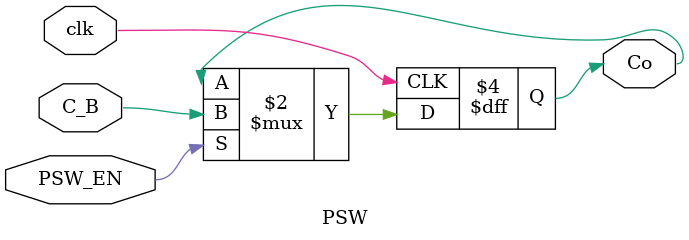
<source format=v>
module PSW (
    input  clk,
    input  PSW_EN,
    input  C_B,         // Carry from ALU
    output reg Co      // Output carry bit
);

    always @(posedge clk) begin
        if (PSW_EN) begin
                Co <= C_B;      // Store carry from ALU
        end
    end

endmodule

</source>
